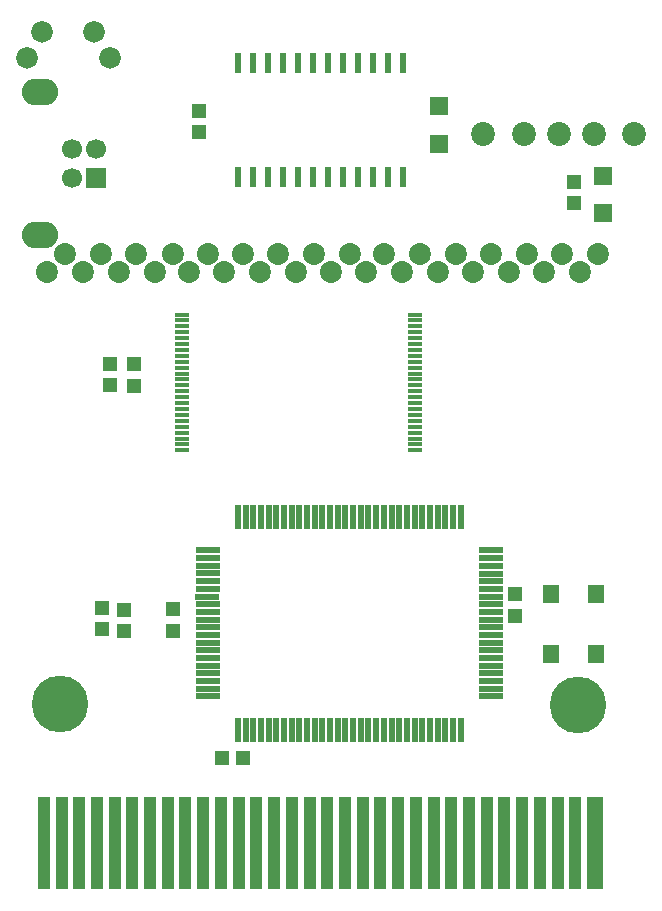
<source format=gbr>
%TF.GenerationSoftware,KiCad,Pcbnew,(6.0.2)*%
%TF.CreationDate,2022-07-19T18:02:22-05:00*%
%TF.ProjectId,REF1512B,52454631-3531-4324-922e-6b696361645f,rev?*%
%TF.SameCoordinates,Original*%
%TF.FileFunction,Soldermask,Top*%
%TF.FilePolarity,Negative*%
%FSLAX46Y46*%
G04 Gerber Fmt 4.6, Leading zero omitted, Abs format (unit mm)*
G04 Created by KiCad (PCBNEW (6.0.2)) date 2022-07-19 18:02:22*
%MOMM*%
%LPD*%
G01*
G04 APERTURE LIST*
%ADD10R,1.700000X1.700000*%
%ADD11C,1.700000*%
%ADD12O,3.090000X2.250000*%
%ADD13R,1.500000X1.500000*%
%ADD14C,1.860000*%
%ADD15C,2.020000*%
%ADD16R,1.310000X1.310000*%
%ADD17R,1.350000X1.550000*%
%ADD18C,1.830000*%
%ADD19R,1.030000X7.780000*%
%ADD20R,1.430000X7.780000*%
%ADD21R,0.470000X2.000000*%
%ADD22R,2.000000X0.470000*%
%ADD23R,1.300000X0.300000*%
%ADD24R,0.600000X1.750000*%
%ADD25C,4.800000*%
G04 APERTURE END LIST*
D10*
%TO.C,J4*%
X129967000Y-75166000D03*
D11*
X129967000Y-72666000D03*
X127967000Y-72666000D03*
X127967000Y-75166000D03*
D12*
X125257000Y-79936000D03*
X125257000Y-67896000D03*
%TD*%
D13*
%TO.C,C1*%
X159040000Y-72238000D03*
X159040000Y-69024000D03*
%TD*%
D14*
%TO.C,J2*%
X172479500Y-81608000D03*
X170933000Y-83116000D03*
X169464600Y-81607900D03*
X167916500Y-83114000D03*
X166446500Y-81608000D03*
X164900500Y-83116000D03*
X163432100Y-81607900D03*
X161882500Y-83115000D03*
X160456500Y-81609000D03*
X158907700Y-83116000D03*
X157399600Y-81607900D03*
X155847500Y-83116000D03*
X154383300Y-81607900D03*
X152833500Y-83116000D03*
X151447500Y-81607000D03*
X149896500Y-83117000D03*
X148426500Y-81608000D03*
X146881500Y-83115000D03*
X145412500Y-81609000D03*
X143864500Y-83117000D03*
X142396500Y-81607000D03*
X140851500Y-83115000D03*
X139418500Y-81606000D03*
X137874500Y-83116000D03*
X136483500Y-81611000D03*
X134932500Y-83114000D03*
X133387500Y-81609000D03*
X131880500Y-83116000D03*
X130373500Y-81609000D03*
X128866500Y-83124000D03*
X127351500Y-81609000D03*
X125848000Y-83116000D03*
%TD*%
D15*
%TO.C,J3*%
X166227000Y-71435000D03*
X169200000Y-71438000D03*
X172103000Y-71437000D03*
X162770000Y-71437000D03*
X175552000Y-71439000D03*
%TD*%
D16*
%TO.C,C6*%
X140614000Y-124273000D03*
X142440000Y-124273000D03*
%TD*%
%TO.C,R1*%
X138678000Y-71283000D03*
X138678000Y-69457000D03*
%TD*%
D13*
%TO.C,C2*%
X172889000Y-78145000D03*
X172889000Y-74931000D03*
%TD*%
D17*
%TO.C,X1*%
X172286000Y-115420000D03*
X172285000Y-110340000D03*
X168518000Y-110340000D03*
X168514000Y-115419000D03*
%TD*%
D16*
%TO.C,C4*%
X132364000Y-113522000D03*
X132364000Y-111696000D03*
%TD*%
D18*
%TO.C,SW1*%
X124097000Y-64952000D03*
X125370000Y-62809000D03*
X129821000Y-62769000D03*
X131127000Y-64952000D03*
%TD*%
D19*
%TO.C,J1*%
X125549000Y-131459000D03*
X127056000Y-131459000D03*
X128551000Y-131459000D03*
X130058000Y-131459000D03*
X131549000Y-131459000D03*
X133056000Y-131459000D03*
X134551000Y-131459000D03*
X136058000Y-131469000D03*
X137552000Y-131464000D03*
X139051000Y-131468000D03*
X140570000Y-131468000D03*
X142053000Y-131468000D03*
X143560000Y-131468000D03*
X145053000Y-131467000D03*
X146560000Y-131467000D03*
X148067000Y-131467000D03*
X149550000Y-131467000D03*
X151052000Y-131467000D03*
X152558000Y-131467000D03*
X154053000Y-131467000D03*
X155560000Y-131467000D03*
X157055000Y-131467000D03*
X158559000Y-131472000D03*
X160054000Y-131460000D03*
X161549000Y-131460000D03*
X163056000Y-131460000D03*
X164556000Y-131459000D03*
X166051000Y-131459000D03*
X167570000Y-131459000D03*
X169059000Y-131466000D03*
X170554000Y-131466000D03*
D20*
X172252000Y-131466000D03*
%TD*%
D21*
%TO.C,U3*%
X141995000Y-121850000D03*
X142644000Y-121849000D03*
X143296000Y-121853000D03*
X143944000Y-121853000D03*
X144593000Y-121849000D03*
X145245000Y-121849000D03*
X145897000Y-121849000D03*
X146544000Y-121852000D03*
X147194000Y-121852000D03*
X147846000Y-121852000D03*
X148495000Y-121850000D03*
X149144000Y-121852000D03*
X149793000Y-121848000D03*
X150445000Y-121848000D03*
X151096000Y-121851000D03*
X151743000Y-121851000D03*
X152395000Y-121849000D03*
X153044000Y-121849000D03*
X153695000Y-121849000D03*
X154344000Y-121851000D03*
X154998000Y-121852000D03*
X155645000Y-121852000D03*
X156294000Y-121852000D03*
X156944000Y-121852000D03*
X157595000Y-121851000D03*
X158244000Y-121851000D03*
X158894000Y-121854000D03*
X159544000Y-121852000D03*
X160192000Y-121852000D03*
X160848000Y-121852000D03*
D22*
X163421000Y-119025000D03*
X163420000Y-118378000D03*
X163418000Y-117726000D03*
X163418000Y-117078000D03*
X163420000Y-116424000D03*
X163418000Y-115777000D03*
X163420000Y-115122000D03*
X163418000Y-114476000D03*
X163418000Y-113827000D03*
X163420000Y-113178000D03*
X163418000Y-112528000D03*
X163420000Y-111876000D03*
X163420000Y-111227000D03*
X163420000Y-110578000D03*
X163420000Y-109926000D03*
X163420000Y-109273000D03*
X163418000Y-108626000D03*
X163420000Y-107977000D03*
X163420000Y-107326000D03*
X163418000Y-106676000D03*
D21*
X160843000Y-103851000D03*
X160195000Y-103847000D03*
X159545000Y-103848000D03*
X158893000Y-103848000D03*
X158244000Y-103848000D03*
X157596000Y-103848000D03*
X156942000Y-103853000D03*
X156294000Y-103853000D03*
X155645000Y-103849000D03*
X154994000Y-103853000D03*
X154346000Y-103850000D03*
X153694000Y-103853000D03*
X153046000Y-103850000D03*
X152394000Y-103850000D03*
X151745000Y-103850000D03*
X151094000Y-103851000D03*
X150445000Y-103851000D03*
X149793000Y-103851000D03*
X149145000Y-103851000D03*
X148493000Y-103851000D03*
X147845000Y-103847000D03*
X147196000Y-103847000D03*
X146543000Y-103849000D03*
X145891000Y-103849000D03*
X145245000Y-103854000D03*
X144593000Y-103850000D03*
X143944000Y-103850000D03*
X143292000Y-103850000D03*
X142647000Y-103850000D03*
X141995000Y-103850000D03*
D22*
X139418000Y-106671000D03*
X139418000Y-107323000D03*
X139422000Y-107972000D03*
X139422000Y-108622000D03*
X139418000Y-109277000D03*
X139418000Y-109922000D03*
X139415000Y-110574000D03*
X139420000Y-111225000D03*
X139418000Y-111874000D03*
X139418000Y-112525000D03*
X139418000Y-113176000D03*
X139418000Y-113826000D03*
X139421000Y-114479000D03*
X139421000Y-115127000D03*
X139418000Y-115774000D03*
X139418000Y-116423000D03*
X139420000Y-117078000D03*
X139420000Y-117725000D03*
X139418000Y-118377000D03*
X139420000Y-119026000D03*
%TD*%
D23*
%TO.C,U2*%
X156968000Y-98197000D03*
X156968000Y-97697000D03*
X156968000Y-97197000D03*
X156968000Y-96697000D03*
X156968000Y-96197000D03*
X156968000Y-95697000D03*
X156968000Y-95197000D03*
X156968000Y-94697000D03*
X156968000Y-94197000D03*
X156968000Y-93697000D03*
X156968000Y-93197000D03*
X156968000Y-92697000D03*
X156968000Y-92197000D03*
X156968000Y-91697000D03*
X156968000Y-91197000D03*
X156968000Y-90697000D03*
X156968000Y-90197000D03*
X156968000Y-89697000D03*
X156968000Y-89197000D03*
X156968000Y-88697000D03*
X156968000Y-88197000D03*
X156968000Y-87697000D03*
X156968000Y-87197000D03*
X156968000Y-86697000D03*
X137268000Y-86697000D03*
X137268000Y-87197000D03*
X137268000Y-87697000D03*
X137268000Y-88197000D03*
X137268000Y-88697000D03*
X137268000Y-89197000D03*
X137268000Y-89697000D03*
X137268000Y-90197000D03*
X137268000Y-90697000D03*
X137268000Y-91197000D03*
X137268000Y-91697000D03*
X137268000Y-92197000D03*
X137268000Y-92697000D03*
X137268000Y-93197000D03*
X137268000Y-93697000D03*
X137268000Y-94197000D03*
X137268000Y-94697000D03*
X137268000Y-95197000D03*
X137268000Y-95697000D03*
X137268000Y-96197000D03*
X137268000Y-96697000D03*
X137268000Y-97197000D03*
X137268000Y-97697000D03*
X137268000Y-98197000D03*
%TD*%
D24*
%TO.C,U1*%
X141984000Y-75072000D03*
X143249000Y-75077000D03*
X144524000Y-75077000D03*
X145794000Y-75075000D03*
X147062000Y-75075000D03*
X148338000Y-75075000D03*
X149607000Y-75073000D03*
X150879000Y-75073000D03*
X152144000Y-75074000D03*
X153416000Y-75074000D03*
X154684000Y-75074000D03*
X155955000Y-75074000D03*
X155954000Y-65422000D03*
X154686000Y-65422000D03*
X153418000Y-65423000D03*
X152148000Y-65423000D03*
X150874000Y-65421000D03*
X149605000Y-65424000D03*
X148334000Y-65421000D03*
X147065000Y-65423000D03*
X145795000Y-65420000D03*
X144525000Y-65425000D03*
X143255000Y-65421000D03*
X141987000Y-65424000D03*
%TD*%
D16*
%TO.C,R3*%
X131172000Y-92708000D03*
X131172000Y-90882000D03*
%TD*%
D25*
%TO.C,REF2*%
X170787000Y-119748000D03*
%TD*%
D16*
%TO.C,R2*%
X170466000Y-77265000D03*
X170466000Y-75439000D03*
%TD*%
%TO.C,C5*%
X136499000Y-113466000D03*
X136499000Y-111640000D03*
%TD*%
D25*
%TO.C,REF1*%
X126923000Y-119706000D03*
%TD*%
D16*
%TO.C,C7*%
X165429000Y-112188000D03*
X165429000Y-110362000D03*
%TD*%
%TO.C,R4*%
X130465000Y-113362000D03*
X130465000Y-111536000D03*
%TD*%
%TO.C,C3*%
X133197000Y-92714000D03*
X133197000Y-90888000D03*
%TD*%
M02*

</source>
